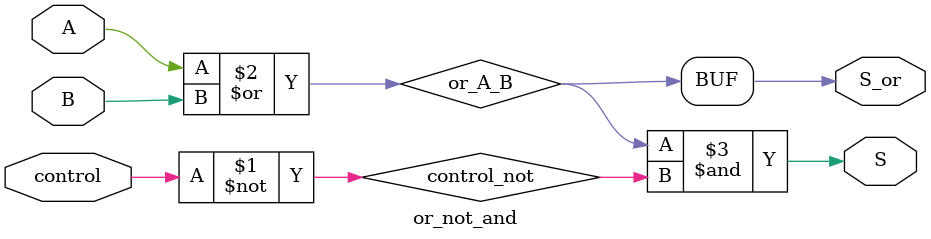
<source format=v>
module or_not_and ( 
input A,B,control,
output S,S_or
);

//Ripple bus
wire control_not;
wire or_A_B;

assign control_not=~control;
assign or_A_B=A|B;
assign S=or_A_B&control_not;
assign S_or=or_A_B;


endmodule

</source>
